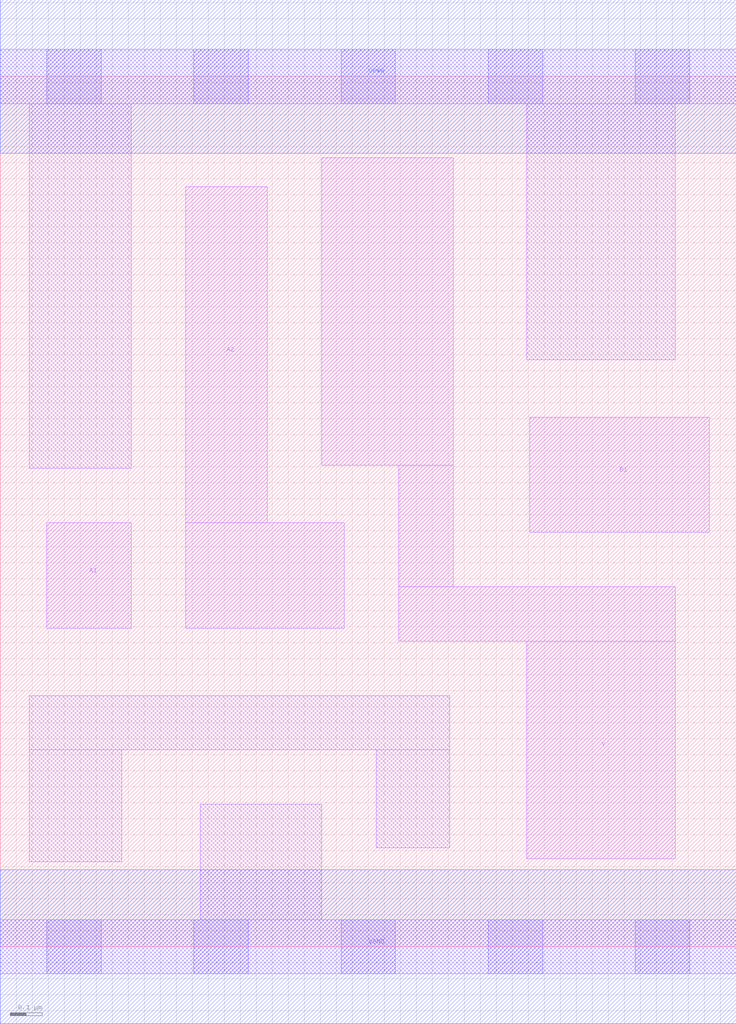
<source format=lef>
# Copyright 2020 The SkyWater PDK Authors
#
# Licensed under the Apache License, Version 2.0 (the "License");
# you may not use this file except in compliance with the License.
# You may obtain a copy of the License at
#
#     https://www.apache.org/licenses/LICENSE-2.0
#
# Unless required by applicable law or agreed to in writing, software
# distributed under the License is distributed on an "AS IS" BASIS,
# WITHOUT WARRANTIES OR CONDITIONS OF ANY KIND, either express or implied.
# See the License for the specific language governing permissions and
# limitations under the License.
#
# SPDX-License-Identifier: Apache-2.0

VERSION 5.7 ;
BUSBITCHARS "[]" ;
DIVIDERCHAR "/" ;
PROPERTYDEFINITIONS
  MACRO maskLayoutSubType STRING ;
  MACRO prCellType STRING ;
  MACRO originalViewName STRING ;
END PROPERTYDEFINITIONS
MACRO sky130_fd_sc_hdll__o21ai_1
  ORIGIN  0.000000  0.000000 ;
  CLASS CORE ;
  SYMMETRY X Y R90 ;
  SIZE  2.300000 BY  2.720000 ;
  SITE unithd ;
  PIN A1
    ANTENNAGATEAREA  0.277500 ;
    DIRECTION INPUT ;
    USE SIGNAL ;
    PORT
      LAYER li1 ;
        RECT 0.145000 0.995000 0.410000 1.325000 ;
    END
  END A1
  PIN A2
    ANTENNAGATEAREA  0.277500 ;
    DIRECTION INPUT ;
    USE SIGNAL ;
    PORT
      LAYER li1 ;
        RECT 0.580000 0.995000 1.075000 1.325000 ;
        RECT 0.580000 1.325000 0.835000 2.375000 ;
    END
  END A2
  PIN B1
    ANTENNAGATEAREA  0.223500 ;
    DIRECTION INPUT ;
    USE SIGNAL ;
    PORT
      LAYER li1 ;
        RECT 1.655000 1.295000 2.215000 1.655000 ;
    END
  END B1
  PIN VGND
    DIRECTION INOUT ;
    USE SIGNAL ;
    PORT
      LAYER met1 ;
        RECT 0.000000 -0.240000 2.300000 0.240000 ;
    END
  END VGND
  PIN VPWR
    DIRECTION INOUT ;
    USE SIGNAL ;
    PORT
      LAYER met1 ;
        RECT 0.000000 2.480000 2.300000 2.960000 ;
    END
  END VPWR
  PIN Y
    ANTENNADIFFAREA  0.506200 ;
    DIRECTION OUTPUT ;
    USE SIGNAL ;
    PORT
      LAYER li1 ;
        RECT 1.005000 1.505000 1.415000 2.465000 ;
        RECT 1.245000 0.955000 2.110000 1.125000 ;
        RECT 1.245000 1.125000 1.415000 1.505000 ;
        RECT 1.645000 0.275000 2.110000 0.955000 ;
    END
  END Y
  OBS
    LAYER li1 ;
      RECT 0.000000 -0.085000 2.300000 0.085000 ;
      RECT 0.000000  2.635000 2.300000 2.805000 ;
      RECT 0.090000  0.265000 0.380000 0.615000 ;
      RECT 0.090000  0.615000 1.405000 0.785000 ;
      RECT 0.090000  1.495000 0.410000 2.635000 ;
      RECT 0.625000  0.085000 1.005000 0.445000 ;
      RECT 1.175000  0.310000 1.405000 0.615000 ;
      RECT 1.645000  1.835000 2.110000 2.635000 ;
    LAYER mcon ;
      RECT 0.145000 -0.085000 0.315000 0.085000 ;
      RECT 0.145000  2.635000 0.315000 2.805000 ;
      RECT 0.605000 -0.085000 0.775000 0.085000 ;
      RECT 0.605000  2.635000 0.775000 2.805000 ;
      RECT 1.065000 -0.085000 1.235000 0.085000 ;
      RECT 1.065000  2.635000 1.235000 2.805000 ;
      RECT 1.525000 -0.085000 1.695000 0.085000 ;
      RECT 1.525000  2.635000 1.695000 2.805000 ;
      RECT 1.985000 -0.085000 2.155000 0.085000 ;
      RECT 1.985000  2.635000 2.155000 2.805000 ;
  END
  PROPERTY maskLayoutSubType "abstract" ;
  PROPERTY prCellType "standard" ;
  PROPERTY originalViewName "layout" ;
END sky130_fd_sc_hdll__o21ai_1
END LIBRARY

</source>
